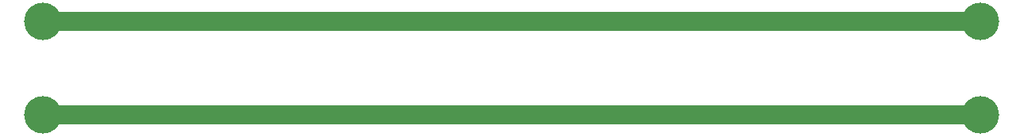
<source format=gbr>
G04 Two_conductor_PCB*
%FSLAX32Y32*%
%MOMM*%
%ADD10C,4.00*%
%ADD11C,2.00*%
D10*
*G01
X-05000Y-00500D02*
X-05000Y-00500D03*
X05000Y-00500D03*
X05000Y00500D03*
X-05000Y00500D03*
D11*
X-05000Y-00500D02*
X05000Y-00500D01*
X-05000Y00500D02*
X05000Y00500D01*
M02*

</source>
